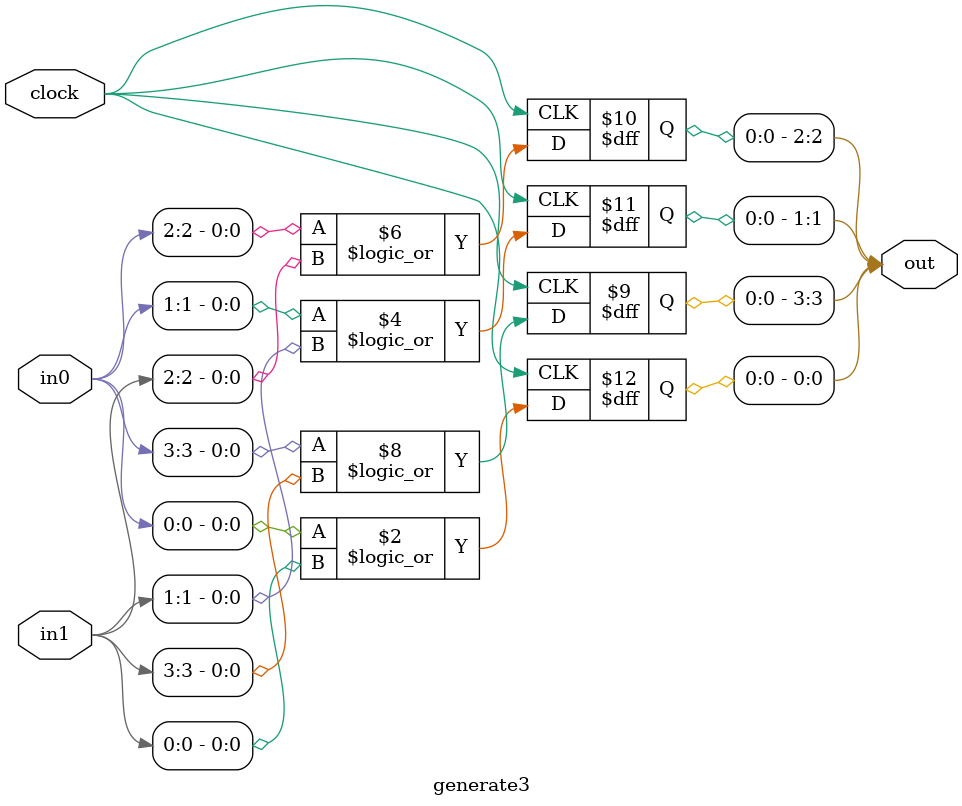
<source format=v>
module generate3
  #(parameter CONFIG = 0,
    parameter WIDTH = 4)
   (input wire clock,
    input wire [WIDTH-1:0] in0, in1,
    output reg [WIDTH-1:0] out);

   genvar i;

   generate
      case(CONFIG)
         0, 2: begin
            for (i=0; i < WIDTH; i=i+1) begin: LOOP0
               always @(posedge clock) out[i] <= in0[i] || in1[i];
            end
         end

         default: begin
            for (i=0; i < WIDTH; i=i+1) begin: LOOP1
               always @(posedge clock) out[i] <= in0[i] && in1[i];
            end
         end
      endcase
   endgenerate

endmodule

</source>
